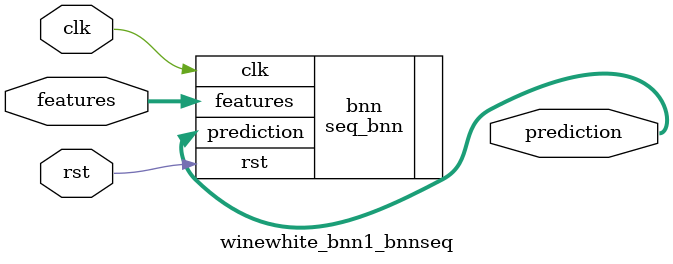
<source format=v>













module winewhite_bnn1_bnnseq #(

parameter FEAT_CNT = 11,
parameter HIDDEN_CNT = 40,
parameter FEAT_BITS = 4,
parameter CLASS_CNT = 7,
parameter TEST_CNT = 1000


  ) (
  input clk,
  input rst,
  input [FEAT_CNT*FEAT_BITS-1:0] features,
  output [$clog2(CLASS_CNT)-1:0] prediction
  );

  localparam Weights0 = 440'b01011011001001010110011000111111100001101110011110111101111010000011000010100110111100010000110010110011100101010111010001001000111000101011010101001110010111011110101100111011111000110011011010110110011111001000001111001101001001101000010110100001111111101110001001001000111100001010010111011000101010001111011111100101110010110001011100100001001001110010100011000000000001001011010100011010101110001001110001001010111111100000111001011000 ;
  localparam Weights1 = 280'b0110101101111010110110010101001100000000111001110111011111111000110100011011000011101011011100101111000011010111101100001100101101000010001100000101011110110000111010110111001011111000110101111101100011101011011100101111110011000111101100011110001101010011010011001100000001110011 ;

  seq_bnn #(.FEAT_CNT(FEAT_CNT),.FEAT_BITS(FEAT_BITS),.HIDDEN_CNT(HIDDEN_CNT),.CLASS_CNT(CLASS_CNT),.Weights0(Weights0),.Weights1(Weights1)) bnn (
    .clk(clk),
    .rst(rst),
    .features(features),
    .prediction(prediction)
  );

endmodule

</source>
